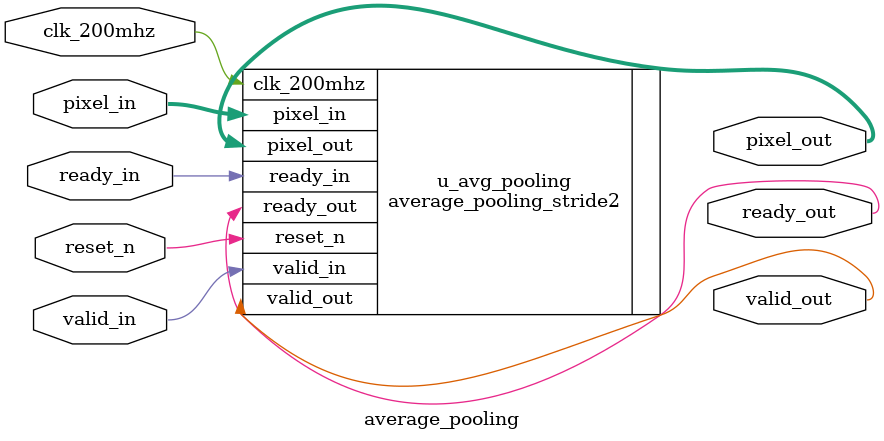
<source format=v>
module average_pooling (
  input  wire clk_200mhz,
  input  wire reset_n,
  // Input Interface
  input  wire [11:0] pixel_in,
  input  wire valid_in,
  output wire ready_out,  // To Sobel
  // Output Interface
  output wire [7:0] pixel_out,
  output wire valid_out,
  // Serializer Backpressure
  input  wire ready_in    // From Serializer
);

  // Instantiate one of the two pooling modules
  
 //       /*
  // Stride 2: Produces a 31x31 output image from a 62x62 input
  average_pooling_stride2 u_avg_pooling (
    .clk_200mhz(clk_200mhz),
    .reset_n(reset_n),
    .pixel_in(pixel_in),
    .valid_in(valid_in),
    .ready_out(ready_out),
    .pixel_out(pixel_out),
    .valid_out(valid_out),
    .ready_in(ready_in)
  );
//        */

      /*
  // Stride 1: Produces a 61x61 output image from a 62x62 input
  average_pooling_stride1 u_avg_pooling (
    .clk_200mhz(clk_200mhz),
    .reset_n(reset_n),
    .pixel_in(pixel_in),
    .valid_in(valid_in),
    .ready_out(ready_out),
    .pixel_out(pixel_out),
    .valid_out(valid_out),
    .ready_in(ready_in)
  );
      */

endmodule
</source>
